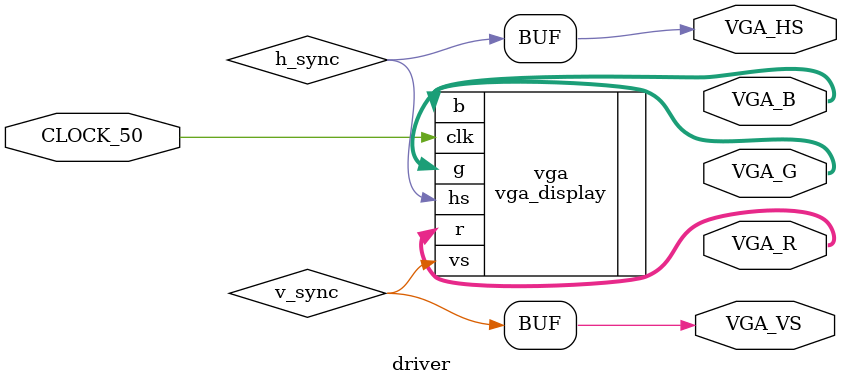
<source format=v>
module driver(CLOCK_50, VGA_R, VGA_G, VGA_B, VGA_HS, VGA_VS) ;
input CLOCK_50 ;

parameter SCREEN_WIDTH  = 800 ;
parameter SCREEN_HEIGHT = 600 ;

/*
// modelsim
reg CLOCK_50 = 0 ;
always #20 CLOCK_50 = ~CLOCK_50 ;
*/

// clock divider
reg clk_25 = 0 ;
always @(posedge CLOCK_50) clk_25 = ~clk_25 ;


output [3 : 0] VGA_R, VGA_G, VGA_B ;
output VGA_HS, VGA_VS ;

//wire [4 * SCREEN_WIDTH * 3 - 1 : 0] scan_line ;
//reg [31:0] boxX = 250, boxY = 200 ;
wire h_sync, v_sync ;

assign VGA_HS = h_sync ;
assign VGA_VS = v_sync ;

vga_display vga(
	.clk(CLOCK_50),
//	.line(scan_line),
	.r(VGA_R),
	.g(VGA_G),
	.b(VGA_B),
	.hs(h_sync),
	.vs(v_sync)
	) ;
/*
geometry_line_scanner geom(
	.clk(h_sync),
	.line(scan_line),
	.x(boxX),
	.y(boxY)
	) ;
*/
//reg [31 : 0] vCounts = 0 ;
/*
always @(posedge v_sync) begin 
//	vCounts = vCounts + 1 ;
	
//	if (vCounts == 60) begin
		boxX = boxX + 1 ;
		
		if (boxX == SCREEN_WIDTH)
			boxX = 0 ;
		
//		vCounts = 0 ;
//	end
end
*/
endmodule

</source>
